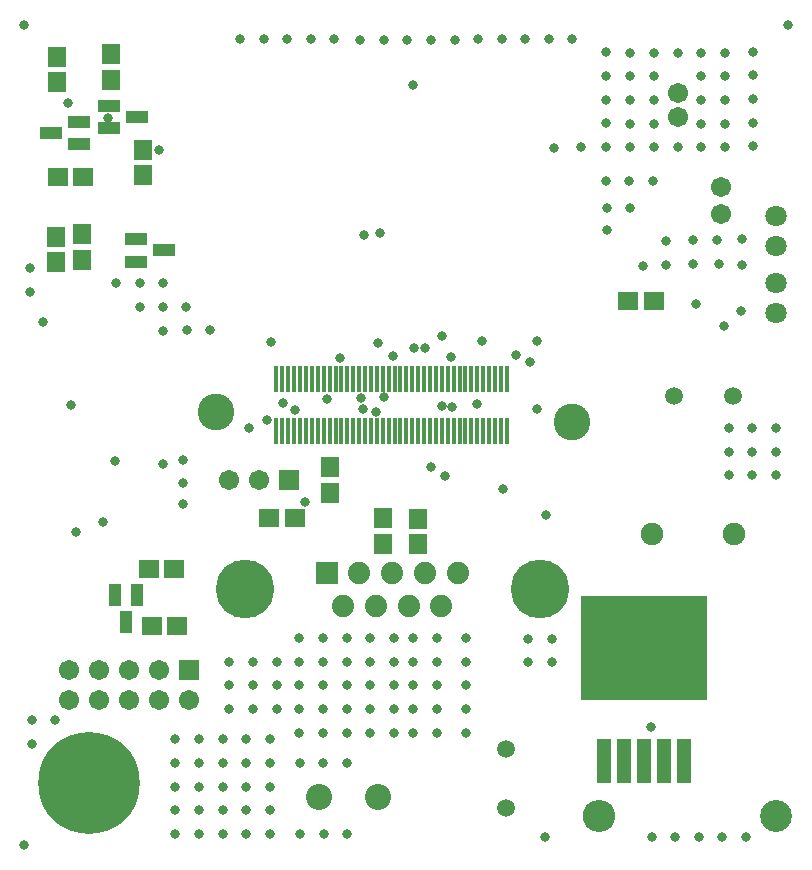
<source format=gts>
%FSLAX24Y24*%
%MOIN*%
G70*
G01*
G75*
G04 Layer_Color=8388736*
%ADD10R,0.0650X0.0315*%
%ADD11R,0.0571X0.0512*%
%ADD12R,0.0512X0.0571*%
%ADD13R,0.0315X0.0650*%
%ADD14R,0.0079X0.0827*%
%ADD15R,0.4134X0.3386*%
%ADD16R,0.0433X0.1378*%
%ADD17C,0.0079*%
%ADD18C,0.0098*%
%ADD19C,0.0118*%
%ADD20C,0.0787*%
%ADD21C,0.1142*%
%ADD22R,0.0591X0.0591*%
%ADD23C,0.0591*%
%ADD24C,0.0984*%
%ADD25O,0.1004X0.0984*%
%ADD26C,0.0630*%
%ADD27C,0.0669*%
%ADD28C,0.0665*%
%ADD29R,0.0665X0.0665*%
%ADD30C,0.1874*%
%ADD31C,0.0512*%
%ADD32C,0.3307*%
%ADD33C,0.0236*%
%ADD34R,0.0472X0.0709*%
%ADD35R,0.0472X0.0650*%
%ADD36R,0.0512X0.0591*%
%ADD37O,0.0276X0.0984*%
%ADD38O,0.0984X0.0276*%
%ADD39C,0.0100*%
%ADD40R,0.0730X0.0395*%
%ADD41R,0.0651X0.0592*%
%ADD42R,0.0592X0.0651*%
%ADD43R,0.0395X0.0730*%
%ADD44R,0.0159X0.0907*%
%ADD45R,0.4214X0.3466*%
%ADD46R,0.0513X0.1458*%
%ADD47C,0.0867*%
%ADD48C,0.1222*%
%ADD49R,0.0671X0.0671*%
%ADD50C,0.0671*%
%ADD51C,0.1064*%
%ADD52O,0.1084X0.1064*%
%ADD53C,0.0710*%
%ADD54C,0.0749*%
%ADD55C,0.0745*%
%ADD56R,0.0745X0.0745*%
%ADD57C,0.1954*%
%ADD58C,0.0592*%
%ADD59C,0.3387*%
%ADD60C,0.0316*%
D40*
X19774Y42112D02*
D03*
Y42862D02*
D03*
X20694Y42492D02*
D03*
X18746Y42324D02*
D03*
Y41574D02*
D03*
X17826Y41944D02*
D03*
X20672Y37670D02*
D03*
Y38420D02*
D03*
X21592Y38050D02*
D03*
D41*
X18061Y40484D02*
D03*
X18907D02*
D03*
X21193Y25524D02*
D03*
X22039D02*
D03*
X21929Y27424D02*
D03*
X21083D02*
D03*
X25943Y29124D02*
D03*
X25097D02*
D03*
X37071Y36362D02*
D03*
X37917D02*
D03*
D42*
X20904Y41393D02*
D03*
Y40547D02*
D03*
X19838Y43727D02*
D03*
Y44573D02*
D03*
X18014Y44497D02*
D03*
Y43651D02*
D03*
X18868Y38575D02*
D03*
Y37729D02*
D03*
X17984Y38505D02*
D03*
Y37659D02*
D03*
X27138Y29967D02*
D03*
Y30813D02*
D03*
X30044Y28259D02*
D03*
Y29105D02*
D03*
X28904Y29107D02*
D03*
Y28261D02*
D03*
D43*
X19946Y26564D02*
D03*
X20696D02*
D03*
X20326Y25644D02*
D03*
D44*
X25342Y33762D02*
D03*
X25539D02*
D03*
X25735D02*
D03*
X25932D02*
D03*
X26129D02*
D03*
X26326D02*
D03*
X26523D02*
D03*
X26720D02*
D03*
X26917D02*
D03*
X27113D02*
D03*
X27310D02*
D03*
X27507D02*
D03*
X27704D02*
D03*
X27901D02*
D03*
X28098D02*
D03*
X28294D02*
D03*
X28491D02*
D03*
X28688D02*
D03*
X28885D02*
D03*
X29082D02*
D03*
X29279D02*
D03*
X29476D02*
D03*
X29672D02*
D03*
X29869D02*
D03*
X30066D02*
D03*
X30263D02*
D03*
X30460D02*
D03*
X30657D02*
D03*
X30854D02*
D03*
X31050D02*
D03*
X31247D02*
D03*
X31444D02*
D03*
X31641D02*
D03*
X31838D02*
D03*
X32035D02*
D03*
X32232D02*
D03*
X32428D02*
D03*
X32625D02*
D03*
X32822D02*
D03*
X33019D02*
D03*
X25342Y32009D02*
D03*
X25539D02*
D03*
X25735D02*
D03*
X25932D02*
D03*
X26129D02*
D03*
X26326D02*
D03*
X26523D02*
D03*
X26720D02*
D03*
X26917D02*
D03*
X27113D02*
D03*
X27310D02*
D03*
X27507D02*
D03*
X27704D02*
D03*
X27901D02*
D03*
X28098D02*
D03*
X28294D02*
D03*
X28491D02*
D03*
X28688D02*
D03*
X28885D02*
D03*
X29082D02*
D03*
X29279D02*
D03*
X29476D02*
D03*
X29672D02*
D03*
X29869D02*
D03*
X30066D02*
D03*
X30263D02*
D03*
X30460D02*
D03*
X30657D02*
D03*
X30854D02*
D03*
X31050D02*
D03*
X31247D02*
D03*
X31444D02*
D03*
X31641D02*
D03*
X31838D02*
D03*
X32035D02*
D03*
X32232D02*
D03*
X32428D02*
D03*
X32625D02*
D03*
X32822D02*
D03*
X33019D02*
D03*
D45*
X37600Y24778D02*
D03*
D46*
X38939Y21018D02*
D03*
X38269D02*
D03*
X37600D02*
D03*
X36931D02*
D03*
X36261D02*
D03*
D47*
X26755Y19813D02*
D03*
X28724D02*
D03*
D48*
X35204Y32324D02*
D03*
X23314Y32639D02*
D03*
D49*
X25746Y30392D02*
D03*
X22416Y24052D02*
D03*
D50*
X23746Y30392D02*
D03*
X24746D02*
D03*
X40176Y39257D02*
D03*
X38720Y43292D02*
D03*
Y42505D02*
D03*
X40176Y40143D02*
D03*
X18416Y23052D02*
D03*
X19416D02*
D03*
X20416D02*
D03*
X21416D02*
D03*
X22416D02*
D03*
X18416Y24052D02*
D03*
X19416D02*
D03*
X20416D02*
D03*
X21416D02*
D03*
D51*
X42000Y19200D02*
D03*
D52*
X36094D02*
D03*
D53*
X41986Y36958D02*
D03*
Y35958D02*
D03*
X41982Y39198D02*
D03*
Y38198D02*
D03*
D54*
X40600Y28600D02*
D03*
X37844D02*
D03*
D55*
X31381Y27299D02*
D03*
X30836Y26181D02*
D03*
X30291Y27299D02*
D03*
X29745Y26181D02*
D03*
X29200Y27299D02*
D03*
X28655Y26181D02*
D03*
X28109Y27299D02*
D03*
X27564Y26181D02*
D03*
D56*
X27019Y27299D02*
D03*
D57*
X24281Y26740D02*
D03*
X34119D02*
D03*
D58*
X40568Y33200D02*
D03*
X38600D02*
D03*
X33006Y21411D02*
D03*
Y19442D02*
D03*
D59*
X19094Y20276D02*
D03*
D60*
X34030Y32750D02*
D03*
X25020Y32400D02*
D03*
X24420Y32110D02*
D03*
X25570Y32940D02*
D03*
X25970Y32730D02*
D03*
X19560Y28996D02*
D03*
X18660Y28660D02*
D03*
X21570Y30920D02*
D03*
X27470Y34460D02*
D03*
X31200Y32820D02*
D03*
X33780Y34330D02*
D03*
X40257Y35530D02*
D03*
X29910Y34780D02*
D03*
X29213Y34524D02*
D03*
X30290Y34790D02*
D03*
X31150Y34490D02*
D03*
X32027Y32920D02*
D03*
X37810Y22160D02*
D03*
X30860Y32850D02*
D03*
X26290Y29650D02*
D03*
X28790Y38630D02*
D03*
X18380Y42970D02*
D03*
X28160Y33130D02*
D03*
X28249Y38549D02*
D03*
X32180Y35020D02*
D03*
X34040D02*
D03*
X19730Y42470D02*
D03*
X28660Y32670D02*
D03*
X25150Y35000D02*
D03*
X21413Y41393D02*
D03*
X28717Y34968D02*
D03*
X29901Y43549D02*
D03*
X30850Y35180D02*
D03*
X28210Y32770D02*
D03*
X28930Y33150D02*
D03*
X18500Y32880D02*
D03*
X17560Y35660D02*
D03*
X19970Y31020D02*
D03*
X27023Y33100D02*
D03*
X33330Y34570D02*
D03*
X34332Y29220D02*
D03*
X32898Y30100D02*
D03*
X25118Y18590D02*
D03*
Y19378D02*
D03*
Y20165D02*
D03*
Y20952D02*
D03*
Y21740D02*
D03*
X24330Y18590D02*
D03*
Y19378D02*
D03*
Y20165D02*
D03*
Y20952D02*
D03*
Y21740D02*
D03*
X23543Y18590D02*
D03*
Y19378D02*
D03*
Y20165D02*
D03*
Y20952D02*
D03*
Y21740D02*
D03*
X22755Y18590D02*
D03*
Y19378D02*
D03*
Y20165D02*
D03*
Y20952D02*
D03*
Y21740D02*
D03*
X21968Y18590D02*
D03*
Y19378D02*
D03*
Y20165D02*
D03*
Y20952D02*
D03*
Y21740D02*
D03*
X29251Y21966D02*
D03*
Y22754D02*
D03*
Y23541D02*
D03*
Y24328D02*
D03*
Y25116D02*
D03*
X28464Y21966D02*
D03*
Y22754D02*
D03*
Y23541D02*
D03*
Y24328D02*
D03*
Y25116D02*
D03*
X27677Y21966D02*
D03*
Y22754D02*
D03*
Y23541D02*
D03*
Y24328D02*
D03*
Y25116D02*
D03*
X26889Y21966D02*
D03*
Y22754D02*
D03*
Y23541D02*
D03*
Y24328D02*
D03*
Y25116D02*
D03*
X26102Y21966D02*
D03*
Y22754D02*
D03*
Y23541D02*
D03*
Y24328D02*
D03*
Y25116D02*
D03*
X25344Y22763D02*
D03*
Y23551D02*
D03*
Y24338D02*
D03*
X24557Y22763D02*
D03*
Y23551D02*
D03*
Y24338D02*
D03*
X23769Y22763D02*
D03*
Y23551D02*
D03*
Y24338D02*
D03*
X30679Y21966D02*
D03*
Y22754D02*
D03*
Y23541D02*
D03*
Y24328D02*
D03*
Y25116D02*
D03*
X29891Y21966D02*
D03*
Y22754D02*
D03*
Y23541D02*
D03*
Y24328D02*
D03*
Y25116D02*
D03*
X27686Y20943D02*
D03*
X26899D02*
D03*
X26112D02*
D03*
X27706Y18580D02*
D03*
X26919D02*
D03*
X26131D02*
D03*
X31666Y25118D02*
D03*
Y24330D02*
D03*
Y23543D02*
D03*
Y22755D02*
D03*
Y21968D02*
D03*
X34517Y24309D02*
D03*
Y25096D02*
D03*
X33730Y24309D02*
D03*
Y25096D02*
D03*
X41988Y30549D02*
D03*
Y31336D02*
D03*
Y32124D02*
D03*
X41200Y30549D02*
D03*
Y31336D02*
D03*
Y32124D02*
D03*
X40413Y30549D02*
D03*
Y31336D02*
D03*
Y32124D02*
D03*
X17972Y22380D02*
D03*
X17184Y21592D02*
D03*
Y22380D02*
D03*
X17135Y36661D02*
D03*
Y37448D02*
D03*
X21564Y35372D02*
D03*
Y36159D02*
D03*
Y36946D02*
D03*
X20777Y36159D02*
D03*
Y36946D02*
D03*
X22313Y36171D02*
D03*
X23110Y35374D02*
D03*
X19990Y36946D02*
D03*
X22343Y35374D02*
D03*
X27273Y45096D02*
D03*
X26486D02*
D03*
X25698D02*
D03*
X24911D02*
D03*
X24123D02*
D03*
X31279Y45057D02*
D03*
X30492D02*
D03*
X29704D02*
D03*
X28917D02*
D03*
X28129D02*
D03*
X35205Y45098D02*
D03*
X34418D02*
D03*
X33631D02*
D03*
X32843D02*
D03*
X32056D02*
D03*
X22230Y30280D02*
D03*
X22210Y31070D02*
D03*
Y29590D02*
D03*
X37136Y44634D02*
D03*
Y43846D02*
D03*
Y43059D02*
D03*
Y42272D02*
D03*
Y41484D02*
D03*
X37923Y44634D02*
D03*
Y43846D02*
D03*
Y43059D02*
D03*
Y42272D02*
D03*
Y41484D02*
D03*
X38710Y44634D02*
D03*
Y41484D02*
D03*
X39498Y44634D02*
D03*
Y43846D02*
D03*
Y43059D02*
D03*
Y42272D02*
D03*
Y41484D02*
D03*
X40285Y44634D02*
D03*
Y43846D02*
D03*
Y43059D02*
D03*
Y42272D02*
D03*
Y41484D02*
D03*
X36310Y44642D02*
D03*
Y43855D02*
D03*
Y43067D02*
D03*
Y42280D02*
D03*
Y41493D02*
D03*
X41210Y44662D02*
D03*
Y43875D02*
D03*
Y43087D02*
D03*
Y42300D02*
D03*
Y41513D02*
D03*
X34580Y41447D02*
D03*
X35505Y41476D02*
D03*
X38310Y38347D02*
D03*
Y37560D02*
D03*
X39235Y38376D02*
D03*
Y37588D02*
D03*
X36343Y39440D02*
D03*
X37130D02*
D03*
X36314Y40365D02*
D03*
X37102D02*
D03*
X37889D02*
D03*
X38715Y23852D02*
D03*
Y24639D02*
D03*
Y25426D02*
D03*
Y26214D02*
D03*
X37928Y23852D02*
D03*
Y24639D02*
D03*
Y25426D02*
D03*
Y26214D02*
D03*
X37140Y23852D02*
D03*
Y24639D02*
D03*
Y25426D02*
D03*
Y26214D02*
D03*
X36353Y23852D02*
D03*
Y24639D02*
D03*
Y25426D02*
D03*
Y26214D02*
D03*
X30480Y30830D02*
D03*
X30960Y30530D02*
D03*
X36363Y38710D02*
D03*
X39310Y36240D02*
D03*
X37573Y37520D02*
D03*
X40840Y36010D02*
D03*
X40850Y37550D02*
D03*
X40870Y38410D02*
D03*
X40080Y37590D02*
D03*
X40030Y38380D02*
D03*
X40995Y18504D02*
D03*
X40208D02*
D03*
X39420D02*
D03*
X38633D02*
D03*
X37846D02*
D03*
X34296D02*
D03*
X42402Y45539D02*
D03*
X16929Y18238D02*
D03*
Y45552D02*
D03*
M02*

</source>
